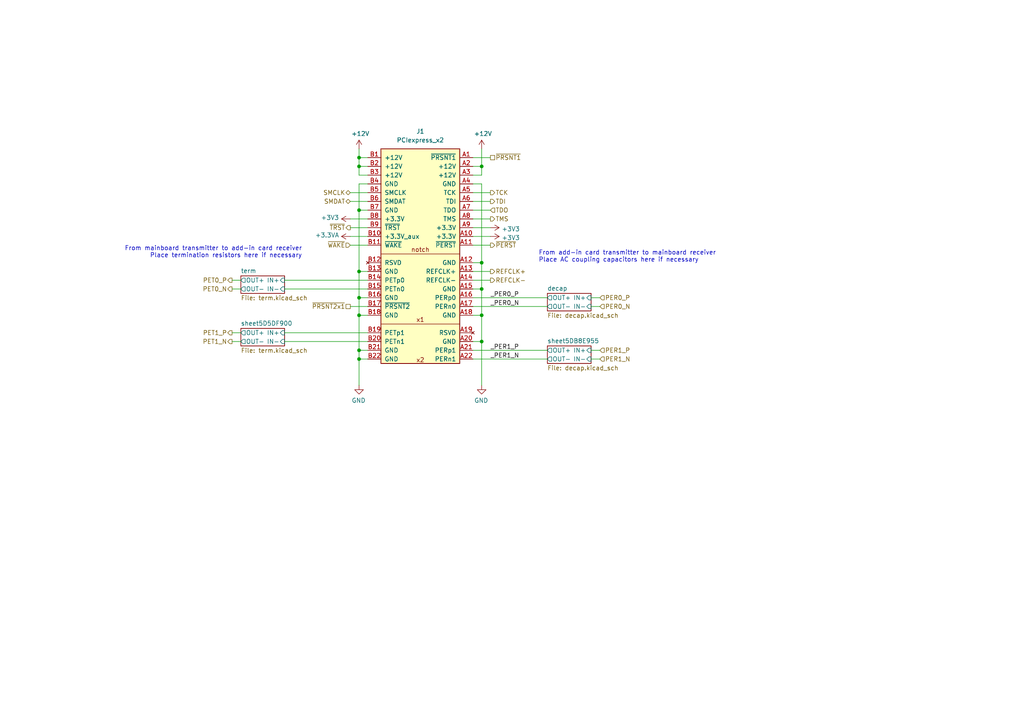
<source format=kicad_sch>
(kicad_sch (version 20250114) (generator "eeschema") (generator_version "9.0")
  (paper "A4")
  (lib_symbols
    (symbol "PCIexpress:PCIexpress_x2" (pin_names (offset 1.016))
      (property "Reference" "J" (at 0 3.81 0))
      (property "Value" "PCIexpress_x2" (at 0 1.27 0))
      (symbol "PCIexpress_x2_0_0"
        (text "notch" (at 0 -29.21 0) (effects (font (size 1.27 1.27))))
        (text "x1" (at 0 -49.53 0) (effects (font (size 1.27 1.27))))
      )
      (symbol "PCIexpress_x2_0_1"
        (polyline (pts (xy 11.43 -30.48) (xy -11.43 -30.48)))
        (polyline (pts (xy 11.43 -50.8) (xy -11.43 -50.8)))
      )
      (symbol "PCIexpress_x2_1_1"
        (rectangle (start -11.43 0) (end 11.43 -62.23) (stroke (width 0.254)) (fill (type background)))
        (text "x2\n" (at 0 -61.214 0) (effects (font (size 1.27 1.27))))
        (pin power_out line (at -15.24 -2.54 0) (length 3.81) (name "+12V") (number "B1"))
        (pin power_out line (at -15.24 -5.08 0) (length 3.81) (name "+12V") (number "B2"))
        (pin power_out line (at -15.24 -7.62 0) (length 3.81) (name "+12V") (number "B3"))
        (pin power_out line (at -15.24 -10.16 0) (length 3.81) (name "GND") (number "B4"))
        (pin open_collector line (at -15.24 -12.7 0) (length 3.81) (name "SMCLK") (number "B5"))
        (pin open_collector line (at -15.24 -15.24 0) (length 3.81) (name "SMDAT") (number "B6"))
        (pin power_out line (at -15.24 -17.78 0) (length 3.81) (name "GND") (number "B7"))
        (pin power_out line (at -15.24 -20.32 0) (length 3.81) (name "+3.3V") (number "B8"))
        (pin output line (at -15.24 -22.86 0) (length 3.81) (name "~{TRST}") (number "B9"))
        (pin power_out line (at -15.24 -25.4 0) (length 3.81) (name "+3.3V_aux") (number "B10"))
        (pin open_collector line (at -15.24 -27.94 0) (length 3.81) (name "~{WAKE}") (number "B11"))
        (pin no_connect line (at -15.24 -33.02 0) (length 3.81) (name "RSVD") (number "B12"))
        (pin power_out line (at -15.24 -35.56 0) (length 3.81) (name "GND") (number "B13"))
        (pin output line (at -15.24 -38.1 0) (length 3.81) (name "PETp0") (number "B14"))
        (pin output line (at -15.24 -40.64 0) (length 3.81) (name "PETn0") (number "B15"))
        (pin power_out line (at -15.24 -43.18 0) (length 3.81) (name "GND") (number "B16"))
        (pin passive line (at -15.24 -45.72 0) (length 3.81) (name "~{PRSNT2}") (number "B17"))
        (pin power_out line (at -15.24 -48.26 0) (length 3.81) (name "GND") (number "B18"))
        (pin output line (at -15.24 -53.34 0) (length 3.81) (name "PETp1") (number "B19"))
        (pin output line (at -15.24 -55.88 0) (length 3.81) (name "PETn1") (number "B20"))
        (pin power_out line (at -15.24 -58.42 0) (length 3.81) (name "GND") (number "B21"))
        (pin power_out line (at -15.24 -60.96 0) (length 3.81) (name "GND") (number "B22"))
        (pin passive line (at 15.24 -2.54 180) (length 3.81) (name "~{PRSNT1}") (number "A1"))
        (pin power_out line (at 15.24 -5.08 180) (length 3.81) (name "+12V") (number "A2"))
        (pin power_out line (at 15.24 -7.62 180) (length 3.81) (name "+12V") (number "A3"))
        (pin power_out line (at 15.24 -10.16 180) (length 3.81) (name "GND") (number "A4"))
        (pin output line (at 15.24 -12.7 180) (length 3.81) (name "TCK") (number "A5"))
        (pin output line (at 15.24 -15.24 180) (length 3.81) (name "TDI") (number "A6"))
        (pin input line (at 15.24 -17.78 180) (length 3.81) (name "TDO") (number "A7"))
        (pin output line (at 15.24 -20.32 180) (length 3.81) (name "TMS") (number "A8"))
        (pin power_out line (at 15.24 -22.86 180) (length 3.81) (name "+3.3V") (number "A9"))
        (pin power_out line (at 15.24 -25.4 180) (length 3.81) (name "+3.3V") (number "A10"))
        (pin output line (at 15.24 -27.94 180) (length 3.81) (name "~{PERST}") (number "A11"))
        (pin power_out line (at 15.24 -33.02 180) (length 3.81) (name "GND") (number "A12"))
        (pin output line (at 15.24 -35.56 180) (length 3.81) (name "REFCLK+") (number "A13"))
        (pin output line (at 15.24 -38.1 180) (length 3.81) (name "REFCLK-") (number "A14"))
        (pin power_out line (at 15.24 -40.64 180) (length 3.81) (name "GND") (number "A15"))
        (pin input line (at 15.24 -43.18 180) (length 3.81) (name "PERp0") (number "A16"))
        (pin input line (at 15.24 -45.72 180) (length 3.81) (name "PERn0") (number "A17"))
        (pin power_out line (at 15.24 -48.26 180) (length 3.81) (name "GND") (number "A18"))
        (pin no_connect line (at 15.24 -53.34 180) (length 3.81) (name "RSVD") (number "A19"))
        (pin power_out line (at 15.24 -55.88 180) (length 3.81) (name "GND") (number "A20"))
        (pin input line (at 15.24 -58.42 180) (length 3.81) (name "PERp1") (number "A21"))
        (pin input line (at 15.24 -60.96 180) (length 3.81) (name "PERn1") (number "A22"))
      )
    )
    (symbol "PCIexpress_x4_full-rescue:+3.3V-power" (power) (pin_names (offset 0))
      (property "Value" "+3.3V-power" (at 0 3.556 0))
      (symbol "+3.3V-power_0_1"
        (polyline (pts (xy -0.762 1.27) (xy 0 2.54)))
        (polyline (pts (xy 0 2.54) (xy 0.762 1.27)))
        (polyline (pts (xy 0 0) (xy 0 2.54)))
      )
      (symbol "+3.3V-power_1_1"
        (pin power_in line (at 0 0 90) (length 0) (hide yes) (name "+3V3") (number "1"))
      )
    )
    (symbol "power:+12V" (power) (pin_names (offset 0))
      (property "Value" "+12V" (at 0 3.556 0))
      (symbol "+12V_0_1"
        (polyline (pts (xy -0.762 1.27) (xy 0 2.54)))
        (polyline (pts (xy 0 2.54) (xy 0.762 1.27)))
        (polyline (pts (xy 0 0) (xy 0 2.54)))
      )
      (symbol "+12V_1_1"
        (pin power_in line (at 0 0 90) (length 0) (hide yes) (name "+12V") (number "1"))
      )
    )
    (symbol "power:+3.3VA" (power) (pin_names (offset 0))
      (property "Value" "+3.3VA" (at 0 3.556 0))
      (symbol "+3.3VA_0_1"
        (polyline (pts (xy -0.762 1.27) (xy 0 2.54)))
        (polyline (pts (xy 0 2.54) (xy 0.762 1.27)))
        (polyline (pts (xy 0 0) (xy 0 2.54)))
      )
      (symbol "+3.3VA_1_1"
        (pin power_in line (at 0 0 90) (length 0) (hide yes) (name "+3.3VA") (number "1"))
      )
    )
    (symbol "power:GND" (power) (pin_names (offset 0))
      (property "Value" "GND" (at 0 -3.81 0))
      (symbol "GND_0_1"
        (polyline (pts (xy 0 0) (xy 0 -1.27) (xy 1.27 -1.27) (xy 0 -2.54) (xy -1.27 -1.27) (xy 0 -1.27)))
      )
      (symbol "GND_1_1"
        (pin power_in line (at 0 0 270) (length 0) (hide yes) (name "GND") (number "1"))
      )
    )
  )
  (text "From add-in card transmitter to mainboard receiver\nPlace AC coupling capacitors here if necessary" (at 156.21 76.2 0) (effects (font (size 1.27 1.27)) (justify left bottom)))
  (text "From mainboard transmitter to add-in card receiver\nPlace termination resistors here if necessary" (at 87.63 74.93 0) (effects (font (size 1.27 1.27)) (justify right bottom)))
  (junction (at 139.7 76.2))
  (junction (at 104.14 48.26))
  (junction (at 104.14 86.36))
  (junction (at 104.14 78.74))
  (junction (at 139.7 83.82))
  (junction (at 104.14 45.72))
  (junction (at 139.7 48.26))
  (junction (at 139.7 91.44))
  (junction (at 139.7 99.06))
  (junction (at 104.14 60.96))
  (junction (at 104.14 101.6))
  (junction (at 104.14 104.14))
  (junction (at 104.14 91.44))
  (wire (pts (xy 171.45 104.14) (xy 173.99 104.14)))
  (wire (pts (xy 139.7 43.18) (xy 139.7 48.26)))
  (wire (pts (xy 106.68 86.36) (xy 104.14 86.36)))
  (wire (pts (xy 137.16 66.04) (xy 142.24 66.04)))
  (wire (pts (xy 137.16 101.6) (xy 158.75 101.6)))
  (wire (pts (xy 137.16 104.14) (xy 158.75 104.14)))
  (wire (pts (xy 139.7 91.44) (xy 139.7 99.06)))
  (wire (pts (xy 137.16 88.9) (xy 158.75 88.9)))
  (wire (pts (xy 139.7 53.34) (xy 137.16 53.34)))
  (wire (pts (xy 106.68 78.74) (xy 104.14 78.74)))
  (wire (pts (xy 104.14 78.74) (xy 104.14 60.96)))
  (wire (pts (xy 101.6 68.58) (xy 106.68 68.58)))
  (wire (pts (xy 137.16 63.5) (xy 142.24 63.5)))
  (wire (pts (xy 101.6 55.88) (xy 106.68 55.88)))
  (wire (pts (xy 137.16 76.2) (xy 139.7 76.2)))
  (wire (pts (xy 137.16 58.42) (xy 142.24 58.42)))
  (wire (pts (xy 137.16 83.82) (xy 139.7 83.82)))
  (wire (pts (xy 67.31 99.06) (xy 69.85 99.06)))
  (wire (pts (xy 104.14 104.14) (xy 104.14 111.76)))
  (wire (pts (xy 101.6 66.04) (xy 106.68 66.04)))
  (wire (pts (xy 106.68 50.8) (xy 104.14 50.8)))
  (wire (pts (xy 82.55 83.82) (xy 106.68 83.82)))
  (wire (pts (xy 137.16 55.88) (xy 142.24 55.88)))
  (wire (pts (xy 137.16 91.44) (xy 139.7 91.44)))
  (wire (pts (xy 171.45 88.9) (xy 173.99 88.9)))
  (wire (pts (xy 139.7 53.34) (xy 139.7 76.2)))
  (wire (pts (xy 137.16 68.58) (xy 142.24 68.58)))
  (wire (pts (xy 137.16 45.72) (xy 142.24 45.72)))
  (wire (pts (xy 106.68 60.96) (xy 104.14 60.96)))
  (wire (pts (xy 137.16 81.28) (xy 142.24 81.28)))
  (wire (pts (xy 106.68 88.9) (xy 101.6 88.9)))
  (wire (pts (xy 104.14 86.36) (xy 104.14 78.74)))
  (wire (pts (xy 104.14 45.72) (xy 104.14 43.18)))
  (wire (pts (xy 137.16 71.12) (xy 142.24 71.12)))
  (wire (pts (xy 137.16 60.96) (xy 142.24 60.96)))
  (wire (pts (xy 137.16 99.06) (xy 139.7 99.06)))
  (wire (pts (xy 139.7 83.82) (xy 139.7 91.44)))
  (wire (pts (xy 106.68 45.72) (xy 104.14 45.72)))
  (wire (pts (xy 82.55 96.52) (xy 106.68 96.52)))
  (wire (pts (xy 67.31 96.52) (xy 69.85 96.52)))
  (wire (pts (xy 104.14 60.96) (xy 104.14 53.34)))
  (wire (pts (xy 137.16 78.74) (xy 142.24 78.74)))
  (wire (pts (xy 67.31 81.28) (xy 69.85 81.28)))
  (wire (pts (xy 104.14 50.8) (xy 104.14 48.26)))
  (wire (pts (xy 104.14 104.14) (xy 104.14 101.6)))
  (wire (pts (xy 104.14 53.34) (xy 106.68 53.34)))
  (wire (pts (xy 171.45 101.6) (xy 173.99 101.6)))
  (wire (pts (xy 101.6 58.42) (xy 106.68 58.42)))
  (wire (pts (xy 104.14 48.26) (xy 104.14 45.72)))
  (wire (pts (xy 82.55 81.28) (xy 106.68 81.28)))
  (wire (pts (xy 104.14 48.26) (xy 106.68 48.26)))
  (wire (pts (xy 137.16 86.36) (xy 158.75 86.36)))
  (wire (pts (xy 139.7 76.2) (xy 139.7 83.82)))
  (wire (pts (xy 101.6 71.12) (xy 106.68 71.12)))
  (wire (pts (xy 139.7 48.26) (xy 137.16 48.26)))
  (wire (pts (xy 139.7 50.8) (xy 139.7 48.26)))
  (wire (pts (xy 139.7 99.06) (xy 139.7 111.76)))
  (wire (pts (xy 82.55 99.06) (xy 106.68 99.06)))
  (wire (pts (xy 67.31 83.82) (xy 69.85 83.82)))
  (wire (pts (xy 104.14 91.44) (xy 104.14 86.36)))
  (wire (pts (xy 104.14 101.6) (xy 104.14 91.44)))
  (wire (pts (xy 106.68 91.44) (xy 104.14 91.44)))
  (wire (pts (xy 106.68 101.6) (xy 104.14 101.6)))
  (wire (pts (xy 101.6 63.5) (xy 106.68 63.5)))
  (wire (pts (xy 106.68 104.14) (xy 104.14 104.14)))
  (wire (pts (xy 137.16 50.8) (xy 139.7 50.8)))
  (wire (pts (xy 171.45 86.36) (xy 173.99 86.36)))
  (label "_PER0_N" (at 142.24 88.9 0))
  (label "_PER0_P" (at 142.24 86.36 0))
  (label "_PER1_P" (at 142.24 101.6 0))
  (label "_PER1_N" (at 142.24 104.14 0))
  (hierarchical_label "PER1_N" (shape input) (at 173.99 104.14 0))
  (hierarchical_label "~{PERST}" (shape output) (at 142.24 71.12 0))
  (hierarchical_label "PET0_P" (shape output) (at 67.31 81.28 180))
  (hierarchical_label "REFCLK-" (shape output) (at 142.24 81.28 0))
  (hierarchical_label "SMCLK" (shape bidirectional) (at 101.6 55.88 180))
  (hierarchical_label "TMS" (shape output) (at 142.24 63.5 0))
  (hierarchical_label "PET0_N" (shape output) (at 67.31 83.82 180))
  (hierarchical_label "TCK" (shape output) (at 142.24 55.88 0))
  (hierarchical_label "PET1_P" (shape output) (at 67.31 96.52 180))
  (hierarchical_label "~{TRST}" (shape output) (at 101.6 66.04 180))
  (hierarchical_label "PET1_N" (shape output) (at 67.31 99.06 180))
  (hierarchical_label "~{PRSNT2x1}" (shape passive) (at 101.6 88.9 180))
  (hierarchical_label "PER0_P" (shape input) (at 173.99 86.36 0))
  (hierarchical_label "SMDAT" (shape bidirectional) (at 101.6 58.42 180))
  (hierarchical_label "PER0_N" (shape input) (at 173.99 88.9 0))
  (hierarchical_label "TDI" (shape output) (at 142.24 58.42 0))
  (hierarchical_label "~{WAKE}" (shape input) (at 101.6 71.12 180))
  (hierarchical_label "TDO" (shape input) (at 142.24 60.96 0))
  (hierarchical_label "PER1_P" (shape input) (at 173.99 101.6 0))
  (hierarchical_label "~{PRSNT1}" (shape passive) (at 142.24 45.72 0))
  (hierarchical_label "REFCLK+" (shape output) (at 142.24 78.74 0))
  (symbol (lib_id "power:GND") (at 104.14 111.76 0) (mirror y) (unit 1)
    (property "Reference" "#PWR0101" (effects (hide yes)))
    (property "Value" "GND" (at 104.013 116.1542 0))
  )
  (symbol (lib_id "power:GND") (at 139.7 111.76 0) (mirror y) (unit 1)
    (property "Reference" "#PWR0102" (effects (hide yes)))
    (property "Value" "GND" (at 139.573 116.1542 0))
  )
  (symbol (lib_id "PCIexpress_x4_full-rescue:+3.3V-power") (at 101.6 63.5 90) (unit 1)
    (property "Reference" "#PWR0103" (effects (hide yes)))
    (property "Value" "+3V3" (at 98.3488 63.119 90) (effects (justify left)))
  )
  (symbol (lib_id "PCIexpress_x4_full-rescue:+3.3V-power") (at 142.24 66.04 270) (unit 1)
    (property "Reference" "#PWR0104" (effects (hide yes)))
    (property "Value" "+3V3" (at 145.4912 66.421 90) (effects (justify left)))
  )
  (symbol (lib_id "PCIexpress_x4_full-rescue:+3.3V-power") (at 142.24 68.58 270) (unit 1)
    (property "Reference" "#PWR0105" (effects (hide yes)))
    (property "Value" "+3V3" (at 145.4912 68.961 90) (effects (justify left)))
  )
  (symbol (lib_id "power:+3.3VA") (at 101.6 68.58 90) (unit 1)
    (property "Reference" "#PWR0106" (effects (hide yes)))
    (property "Value" "+3.3VA" (at 98.3742 68.199 90) (effects (justify left)))
  )
  (symbol (lib_id "power:+12V") (at 104.14 43.18 0) (unit 1)
    (property "Reference" "#PWR0107" (effects (hide yes)))
    (property "Value" "+12V" (at 104.521 38.7858 0))
  )
  (symbol (lib_id "power:+12V") (at 139.7 43.18 0) (unit 1)
    (property "Reference" "#PWR0108" (effects (hide yes)))
    (property "Value" "+12V" (at 140.081 38.7858 0))
  )
  (symbol (lib_id "PCIexpress:PCIexpress_x2") (at 121.92 43.18 0) (unit 1)
    (property "Reference" "J1" (at 121.92 38.1 0))
    (property "Value" "PCIexpress_x2" (at 121.92 40.64 0))
    (property "Footprint" "PCIexpress:PCIexpress_x2" (effects (hide yes)))
  )
  (sheet (at 158.75 85.09) (size 12.7 5.08)
    (property "Sheetname" "decap" (at 158.75 84.3784 0) (effects (justify left bottom)))
    (property "Sheetfile" "decap.kicad_sch" (at 158.75 90.7546 0) (effects (justify left top)))
    (pin "IN+" input (at 171.45 86.36 0))
    (pin "OUT+" output (at 158.75 86.36 180))
    (pin "OUT-" output (at 158.75 88.9 180))
    (pin "IN-" input (at 171.45 88.9 0))
  )
  (sheet (at 69.85 95.25) (size 12.7 5.08)
    (property "Sheetname" "sheet5D5DF900" (at 69.85 94.5384 0) (effects (justify left bottom)))
    (property "Sheetfile" "term.kicad_sch" (at 69.85 100.9146 0) (effects (justify left top)))
    (pin "IN+" input (at 82.55 96.52 0))
    (pin "IN-" input (at 82.55 99.06 0))
    (pin "OUT+" output (at 69.85 96.52 180))
    (pin "OUT-" output (at 69.85 99.06 180))
  )
  (sheet (at 158.75 100.33) (size 12.7 5.08)
    (property "Sheetname" "sheet5DB8E955" (at 158.75 99.6184 0) (effects (justify left bottom)))
    (property "Sheetfile" "decap.kicad_sch" (at 158.75 105.9946 0) (effects (justify left top)))
    (pin "IN+" input (at 171.45 101.6 0))
    (pin "OUT+" output (at 158.75 101.6 180))
    (pin "OUT-" output (at 158.75 104.14 180))
    (pin "IN-" input (at 171.45 104.14 0))
  )
  (sheet (at 69.85 80.01) (size 12.7 5.08)
    (property "Sheetname" "term" (at 69.85 79.2984 0) (effects (justify left bottom)))
    (property "Sheetfile" "term.kicad_sch" (at 69.85 85.6746 0) (effects (justify left top)))
    (pin "IN+" input (at 82.55 81.28 0))
    (pin "IN-" input (at 82.55 83.82 0))
    (pin "OUT+" output (at 69.85 81.28 180))
    (pin "OUT-" output (at 69.85 83.82 180))
  )
)
</source>
